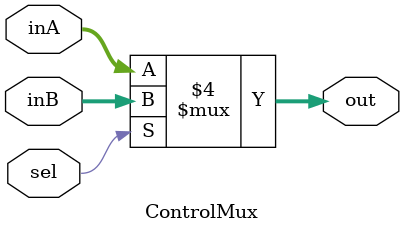
<source format=v>
`timescale 1ns / 1ps

module ControlMux(out, inA, inB, sel);

    output reg [17:0] out;
    
    input [17:0] inA;
    input [17:0] inB;
    input sel;

    always @(*)
    begin
        if (sel == 0)
        begin
            out <= inA;
        end
        else
        begin
            out <= inB;
        end
    end

endmodule

</source>
